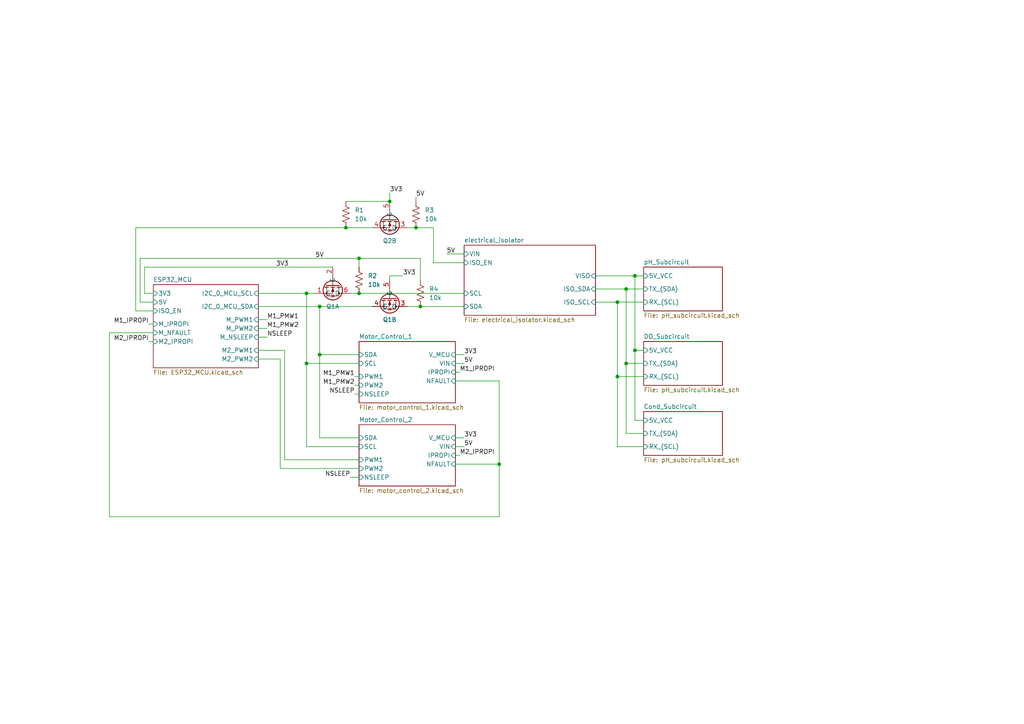
<source format=kicad_sch>
(kicad_sch (version 20250114) (generator "eeschema") (generator_version "9.0")
  (paper "A4")
  (lib_symbols
    (symbol "Device:R_US" (pin_numbers (hide yes)) (pin_names (offset 0))
      (property "Reference" "R" (at 2.54 0 90))
      (property "Value" "R_US" (at -2.54 0 90))
      (symbol "R_US_0_1"
        (polyline (pts (xy 0 2.286) (xy 0 2.54)))
        (polyline (pts (xy 0 2.286) (xy 1.016 1.905) (xy 0 1.524) (xy -1.016 1.143) (xy 0 0.762)))
        (polyline (pts (xy 0 0.762) (xy 1.016 0.381) (xy 0 0) (xy -1.016 -0.381) (xy 0 -0.762)))
        (polyline (pts (xy 0 -0.762) (xy 1.016 -1.143) (xy 0 -1.524) (xy -1.016 -1.905) (xy 0 -2.286)))
        (polyline (pts (xy 0 -2.286) (xy 0 -2.54)))
      )
      (symbol "R_US_1_1"
        (pin passive line (at 0 3.81 270) (length 1.27) (name "~") (number "1"))
        (pin passive line (at 0 -3.81 90) (length 1.27) (name "~") (number "2"))
      )
    )
    (symbol "SamacSys_Parts:SSM6N35AFE,LF"
      (property "Reference" "Q" (at 2.794 6.604 0))
      (symbol "SSM6N35AFE,LF_1_1"
        (polyline (pts (xy -1.016 1.905) (xy -1.016 -1.905)) (stroke (width 0.254)))
        (polyline (pts (xy -1.016 0) (xy -3.81 0)))
        (polyline (pts (xy -0.508 2.286) (xy -0.508 1.27)) (stroke (width 0.254)))
        (polyline (pts (xy -0.508 0.508) (xy -0.508 -0.508)) (stroke (width 0.254)))
        (polyline (pts (xy -0.508 -1.27) (xy -0.508 -2.286)) (stroke (width 0.254)))
        (polyline (pts (xy -0.508 -1.778) (xy 2.032 -1.778) (xy 2.032 1.778) (xy -0.508 1.778)))
        (polyline (pts (xy -0.254 0) (xy 0.762 0.381) (xy 0.762 -0.381) (xy -0.254 0)) (fill (type outline)))
        (circle (center 0.381 0) (radius 2.794) (stroke (width 0.254)))
        (polyline (pts (xy 1.27 2.54) (xy 1.27 1.778)))
        (circle (center 1.27 1.778) (radius 0.254) (fill (type outline)))
        (circle (center 1.27 -1.778) (radius 0.254) (fill (type outline)))
        (polyline (pts (xy 1.27 -2.54) (xy 1.27 0) (xy -0.508 0)))
        (polyline (pts (xy 1.651 0.381) (xy 2.413 0.381)))
        (polyline (pts (xy 2.032 0.381) (xy 1.651 -0.254) (xy 2.413 -0.254) (xy 2.032 0.381)))
        (pin input line (at -6.35 0 0) (length 2.54) (name "G") (number "2"))
        (pin passive line (at 1.27 5.08 270) (length 2.54) (name "D") (number "6"))
        (pin passive line (at 1.27 -5.08 90) (length 2.54) (name "S") (number "1"))
      )
      (symbol "SSM6N35AFE,LF_2_1"
        (polyline (pts (xy -1.016 1.905) (xy -1.016 -1.905)) (stroke (width 0.254)))
        (polyline (pts (xy -1.016 0) (xy -3.81 0)))
        (polyline (pts (xy -0.508 2.286) (xy -0.508 1.27)) (stroke (width 0.254)))
        (polyline (pts (xy -0.508 0.508) (xy -0.508 -0.508)) (stroke (width 0.254)))
        (polyline (pts (xy -0.508 -1.27) (xy -0.508 -2.286)) (stroke (width 0.254)))
        (polyline (pts (xy -0.508 -1.778) (xy 2.032 -1.778) (xy 2.032 1.778) (xy -0.508 1.778)))
        (polyline (pts (xy -0.254 0) (xy 0.762 0.381) (xy 0.762 -0.381) (xy -0.254 0)) (fill (type outline)))
        (circle (center 0.381 0) (radius 2.794) (stroke (width 0.254)))
        (polyline (pts (xy 1.27 2.54) (xy 1.27 1.778)))
        (circle (center 1.27 1.778) (radius 0.254) (fill (type outline)))
        (circle (center 1.27 -1.778) (radius 0.254) (fill (type outline)))
        (polyline (pts (xy 1.27 -2.54) (xy 1.27 0) (xy -0.508 0)))
        (polyline (pts (xy 1.651 0.381) (xy 2.413 0.381)))
        (polyline (pts (xy 2.032 0.381) (xy 1.651 -0.254) (xy 2.413 -0.254) (xy 2.032 0.381)))
        (pin input line (at -6.35 0 0) (length 2.54) (name "G") (number "5"))
        (pin passive line (at 1.27 5.08 270) (length 2.54) (name "D") (number "3"))
        (pin passive line (at 1.27 -5.08 90) (length 2.54) (name "S") (number "4"))
      )
    )
  )
  (junction (at 113.03 58.42))
  (junction (at 88.9 105.41))
  (junction (at 104.14 85.09))
  (junction (at 179.07 87.63))
  (junction (at 121.92 88.9))
  (junction (at 179.07 109.22))
  (junction (at 100.33 66.04))
  (junction (at 104.14 74.93))
  (junction (at 181.61 105.41))
  (junction (at 92.71 88.9))
  (junction (at 92.71 102.87))
  (junction (at 120.65 66.04))
  (junction (at 144.78 134.62))
  (junction (at 184.15 101.6))
  (junction (at 88.9 85.09))
  (junction (at 184.15 80.01))
  (junction (at 181.61 83.82))
  (wire (pts (xy 74.93 97.79) (xy 77.47 97.79)))
  (wire (pts (xy 186.69 121.92) (xy 184.15 121.92)))
  (wire (pts (xy 102.87 109.22) (xy 104.14 109.22)))
  (wire (pts (xy 179.07 129.54) (xy 186.69 129.54)))
  (wire (pts (xy 104.14 102.87) (xy 92.71 102.87)))
  (wire (pts (xy 92.71 102.87) (xy 92.71 88.9)))
  (wire (pts (xy 74.93 104.14) (xy 81.28 104.14)))
  (wire (pts (xy 88.9 85.09) (xy 91.44 85.09)))
  (wire (pts (xy 88.9 129.54) (xy 88.9 105.41)))
  (wire (pts (xy 92.71 88.9) (xy 107.95 88.9)))
  (wire (pts (xy 92.71 102.87) (xy 92.71 127)))
  (wire (pts (xy 181.61 105.41) (xy 186.69 105.41)))
  (wire (pts (xy 121.92 74.93) (xy 121.92 81.28)))
  (wire (pts (xy 179.07 87.63) (xy 179.07 109.22)))
  (wire (pts (xy 100.33 58.42) (xy 113.03 58.42)))
  (wire (pts (xy 104.14 129.54) (xy 88.9 129.54)))
  (wire (pts (xy 179.07 109.22) (xy 179.07 129.54)))
  (wire (pts (xy 74.93 101.6) (xy 82.55 101.6)))
  (wire (pts (xy 104.14 74.93) (xy 121.92 74.93)))
  (wire (pts (xy 172.72 83.82) (xy 181.61 83.82)))
  (wire (pts (xy 81.28 104.14) (xy 81.28 135.89)))
  (wire (pts (xy 118.11 66.04) (xy 120.65 66.04)))
  (wire (pts (xy 44.45 90.17) (xy 39.37 90.17)))
  (wire (pts (xy 31.75 149.86) (xy 31.75 96.52)))
  (wire (pts (xy 102.87 111.76) (xy 104.14 111.76)))
  (wire (pts (xy 39.37 66.04) (xy 100.33 66.04)))
  (wire (pts (xy 101.6 138.43) (xy 104.14 138.43)))
  (wire (pts (xy 125.73 66.04) (xy 125.73 76.2)))
  (wire (pts (xy 43.18 93.98) (xy 44.45 93.98)))
  (wire (pts (xy 186.69 101.6) (xy 184.15 101.6)))
  (wire (pts (xy 132.08 134.62) (xy 144.78 134.62)))
  (wire (pts (xy 118.11 88.9) (xy 121.92 88.9)))
  (wire (pts (xy 184.15 121.92) (xy 184.15 101.6)))
  (wire (pts (xy 144.78 134.62) (xy 144.78 149.86)))
  (wire (pts (xy 100.33 66.04) (xy 107.95 66.04)))
  (wire (pts (xy 181.61 83.82) (xy 186.69 83.82)))
  (wire (pts (xy 113.03 81.28) (xy 113.03 80.01)))
  (wire (pts (xy 132.08 110.49) (xy 144.78 110.49)))
  (wire (pts (xy 113.03 55.88) (xy 113.03 58.42)))
  (wire (pts (xy 40.64 74.93) (xy 104.14 74.93)))
  (wire (pts (xy 74.93 88.9) (xy 92.71 88.9)))
  (wire (pts (xy 133.35 107.95) (xy 132.08 107.95)))
  (wire (pts (xy 121.92 88.9) (xy 134.62 88.9)))
  (wire (pts (xy 104.14 85.09) (xy 134.62 85.09)))
  (wire (pts (xy 144.78 110.49) (xy 144.78 134.62)))
  (wire (pts (xy 82.55 133.35) (xy 104.14 133.35)))
  (wire (pts (xy 81.28 135.89) (xy 104.14 135.89)))
  (wire (pts (xy 181.61 83.82) (xy 181.61 105.41)))
  (wire (pts (xy 44.45 85.09) (xy 41.91 85.09)))
  (wire (pts (xy 186.69 109.22) (xy 179.07 109.22)))
  (wire (pts (xy 31.75 96.52) (xy 44.45 96.52)))
  (wire (pts (xy 172.72 80.01) (xy 184.15 80.01)))
  (wire (pts (xy 181.61 125.73) (xy 181.61 105.41)))
  (wire (pts (xy 41.91 85.09) (xy 41.91 77.47)))
  (wire (pts (xy 132.08 102.87) (xy 134.62 102.87)))
  (wire (pts (xy 102.87 114.3) (xy 104.14 114.3)))
  (wire (pts (xy 179.07 87.63) (xy 186.69 87.63)))
  (wire (pts (xy 129.54 73.66) (xy 134.62 73.66)))
  (wire (pts (xy 104.14 105.41) (xy 88.9 105.41)))
  (wire (pts (xy 101.6 85.09) (xy 104.14 85.09)))
  (wire (pts (xy 104.14 127) (xy 92.71 127)))
  (wire (pts (xy 40.64 87.63) (xy 40.64 74.93)))
  (wire (pts (xy 113.03 80.01) (xy 116.84 80.01)))
  (wire (pts (xy 134.62 129.54) (xy 132.08 129.54)))
  (wire (pts (xy 132.08 127) (xy 134.62 127)))
  (wire (pts (xy 186.69 125.73) (xy 181.61 125.73)))
  (wire (pts (xy 44.45 87.63) (xy 40.64 87.63)))
  (wire (pts (xy 120.65 57.15) (xy 120.65 58.42)))
  (wire (pts (xy 184.15 80.01) (xy 184.15 101.6)))
  (wire (pts (xy 144.78 149.86) (xy 31.75 149.86)))
  (wire (pts (xy 133.35 132.08) (xy 132.08 132.08)))
  (wire (pts (xy 184.15 80.01) (xy 186.69 80.01)))
  (wire (pts (xy 41.91 77.47) (xy 96.52 77.47)))
  (wire (pts (xy 77.47 95.25) (xy 74.93 95.25)))
  (wire (pts (xy 120.65 66.04) (xy 125.73 66.04)))
  (wire (pts (xy 82.55 101.6) (xy 82.55 133.35)))
  (wire (pts (xy 88.9 105.41) (xy 88.9 85.09)))
  (wire (pts (xy 43.18 99.06) (xy 44.45 99.06)))
  (wire (pts (xy 134.62 105.41) (xy 132.08 105.41)))
  (wire (pts (xy 104.14 74.93) (xy 104.14 77.47)))
  (wire (pts (xy 77.47 92.71) (xy 74.93 92.71)))
  (wire (pts (xy 39.37 90.17) (xy 39.37 66.04)))
  (wire (pts (xy 172.72 87.63) (xy 179.07 87.63)))
  (wire (pts (xy 125.73 76.2) (xy 134.62 76.2)))
  (wire (pts (xy 74.93 85.09) (xy 88.9 85.09)))
  (label "M1_IPROPI" (at 133.35 107.95 0))
  (label "NSLEEP" (at 102.87 114.3 180))
  (label "5V" (at 134.62 105.41 0))
  (label "3V3" (at 116.84 80.01 0))
  (label "M1_PMW1" (at 77.47 92.71 0))
  (label "5V" (at 120.65 57.15 0))
  (label "M1_IPROPI" (at 43.18 93.98 180))
  (label "M1_PMW1" (at 102.87 109.22 180))
  (label "M2_IPROPI" (at 43.18 99.06 180))
  (label "M1_PMW2" (at 77.47 95.25 0))
  (label "5V" (at 91.44 74.93 0))
  (label "M2_IPROPI" (at 133.35 132.08 0))
  (label "M1_PMW2" (at 102.87 111.76 180))
  (label "3V3" (at 134.62 127 0))
  (label "5V" (at 129.54 73.66 0))
  (label "3V3" (at 113.03 55.88 0))
  (label "NSLEEP" (at 77.47 97.79 0))
  (label "3V3" (at 134.62 102.87 0))
  (label "NSLEEP" (at 101.6 138.43 180))
  (label "3V3" (at 80.01 77.47 0))
  (label "5V" (at 134.62 129.54 0))
  (symbol (lib_id "Device:R_US") (at 120.65 62.23 180) (unit 1)
    (property "Reference" "R3" (at 123.19 60.9599 0) (effects (justify right)))
    (property "Value" "10k" (at 123.19 63.4999 0) (effects (justify right)))
    (property "Footprint" "Resistor_SMD:R_0603_1608Metric_Pad0.98x0.95mm_HandSolder" (effects (hide yes)))
    (property "Description" "Resistor, US symbol" (effects (hide yes)))
    (property "LCSC Part Number" "C98220" (effects (hide yes)))
    (property "JLCPCB Part #" "C98220" (effects (hide yes)))
  )
  (symbol (lib_id "Device:R_US") (at 121.92 85.09 180) (unit 1)
    (property "Reference" "R4" (at 124.46 83.8199 0) (effects (justify right)))
    (property "Value" "10k" (at 124.46 86.3599 0) (effects (justify right)))
    (property "Footprint" "Resistor_SMD:R_0603_1608Metric_Pad0.98x0.95mm_HandSolder" (effects (hide yes)))
    (property "Description" "Resistor, US symbol" (effects (hide yes)))
    (property "LCSC Part Number" "C98220" (effects (hide yes)))
    (property "JLCPCB Part #" "C98220" (effects (hide yes)))
  )
  (symbol (lib_id "SamacSys_Parts:SSM6N35AFE,LF") (at 113.03 64.77 270) (unit 2)
    (property "Reference" "Q2" (at 113.03 69.85 90))
    (property "Value" "SSM6N35AFE,LF" (effects (hide yes)))
    (property "Footprint" "SamacSys_Parts:SOTFL50P160X60-6N" (effects (hide yes)))
    (property "Datasheet" "http://toshiba.semicon-storage.com/info/docget.jsp?did=55422&prodName=SSM6N35AFE" (effects (hide yes)))
    (property "Description" "MOSFET LowON Res MOSFET ID=.25A VDSS=20V" (effects (hide yes)))
    (property "Height" "0.6" (effects (hide yes)))
    (property "Mouser Part Number" "757-SSM6N35AFELF" (effects (hide yes)))
    (property "Mouser Price/Stock" "https://www.mouser.co.uk/ProductDetail/Toshiba/SSM6N35AFELF?qs=BZBei1rCqCAZRZlXQuST4g%3D%3D" (effects (hide yes)))
    (property "Manufacturer_Name" "Toshiba" (effects (hide yes)))
    (property "Manufacturer_Part_Number" "SSM6N35AFE,LF" (effects (hide yes)))
  )
  (symbol (lib_id "SamacSys_Parts:SSM6N35AFE,LF") (at 96.52 83.82 270) (unit 1)
    (property "Reference" "Q1" (at 96.52 88.9 90))
    (property "Value" "SSM6N35AFE,LF" (effects (hide yes)))
    (property "Footprint" "SamacSys_Parts:SOTFL50P160X60-6N" (effects (hide yes)))
    (property "Datasheet" "http://toshiba.semicon-storage.com/info/docget.jsp?did=55422&prodName=SSM6N35AFE" (effects (hide yes)))
    (property "Description" "MOSFET LowON Res MOSFET ID=.25A VDSS=20V" (effects (hide yes)))
    (property "Height" "0.6" (effects (hide yes)))
    (property "Mouser Part Number" "757-SSM6N35AFELF" (effects (hide yes)))
    (property "Mouser Price/Stock" "https://www.mouser.co.uk/ProductDetail/Toshiba/SSM6N35AFELF?qs=BZBei1rCqCAZRZlXQuST4g%3D%3D" (effects (hide yes)))
    (property "Manufacturer_Name" "Toshiba" (effects (hide yes)))
    (property "Manufacturer_Part_Number" "SSM6N35AFE,LF" (effects (hide yes)))
  )
  (symbol (lib_id "SamacSys_Parts:SSM6N35AFE,LF") (at 113.03 87.63 270) (unit 2)
    (property "Reference" "Q1" (at 113.03 92.71 90))
    (property "Value" "SSM6N35AFE,LF" (effects (hide yes)))
    (property "Footprint" "SamacSys_Parts:SOTFL50P160X60-6N" (effects (hide yes)))
    (property "Datasheet" "http://toshiba.semicon-storage.com/info/docget.jsp?did=55422&prodName=SSM6N35AFE" (effects (hide yes)))
    (property "Description" "MOSFET LowON Res MOSFET ID=.25A VDSS=20V" (effects (hide yes)))
    (property "Height" "0.6" (effects (hide yes)))
    (property "Mouser Part Number" "757-SSM6N35AFELF" (effects (hide yes)))
    (property "Mouser Price/Stock" "https://www.mouser.co.uk/ProductDetail/Toshiba/SSM6N35AFELF?qs=BZBei1rCqCAZRZlXQuST4g%3D%3D" (effects (hide yes)))
    (property "Manufacturer_Name" "Toshiba" (effects (hide yes)))
    (property "Manufacturer_Part_Number" "SSM6N35AFE,LF" (effects (hide yes)))
  )
  (symbol (lib_id "Device:R_US") (at 104.14 81.28 180) (unit 1)
    (property "Reference" "R2" (at 106.68 80.0099 0) (effects (justify right)))
    (property "Value" "10k" (at 106.68 82.5499 0) (effects (justify right)))
    (property "Footprint" "Resistor_SMD:R_0603_1608Metric_Pad0.98x0.95mm_HandSolder" (effects (hide yes)))
    (property "Description" "Resistor, US symbol" (effects (hide yes)))
    (property "LCSC Part Number" "C98220" (effects (hide yes)))
    (property "JLCPCB Part #" "C98220" (effects (hide yes)))
  )
  (symbol (lib_id "Device:R_US") (at 100.33 62.23 180) (unit 1)
    (property "Reference" "R1" (at 102.87 60.9599 0) (effects (justify right)))
    (property "Value" "10k" (at 102.87 63.4999 0) (effects (justify right)))
    (property "Footprint" "Resistor_SMD:R_0603_1608Metric_Pad0.98x0.95mm_HandSolder" (effects (hide yes)))
    (property "Description" "Resistor, US symbol" (effects (hide yes)))
    (property "LCSC Part Number" "C98220" (effects (hide yes)))
    (property "JLCPCB Part #" "C98220" (effects (hide yes)))
  )
  (sheet (at 186.69 99.06) (size 22.86 12.7) (stroke (width 0.1524))
    (property "Sheetname" "DO_Subcircuit" (at 186.69 98.3484 0) (effects (justify left bottom)))
    (property "Sheetfile" "pH_subcircuit.kicad_sch" (at 186.69 112.3446 0) (effects (justify left top)))
    (pin "TX_(SDA)" input (at 186.69 105.41 180))
    (pin "5V_VCC" input (at 186.69 101.6 180))
    (pin "RX_(SCL)" input (at 186.69 109.22 180))
  )
  (sheet (at 186.69 77.47) (size 22.86 12.7) (stroke (width 0.1524))
    (property "Sheetname" "pH_Subcircuit" (at 186.69 76.7584 0) (effects (justify left bottom)))
    (property "Sheetfile" "pH_subcircuit.kicad_sch" (at 186.69 90.7546 0) (effects (justify left top)))
    (pin "TX_(SDA)" input (at 186.69 83.82 180))
    (pin "5V_VCC" input (at 186.69 80.01 180))
    (pin "RX_(SCL)" input (at 186.69 87.63 180))
  )
  (sheet (at 104.14 123.19) (size 27.94 17.78) (stroke (width 0.1524))
    (property "Sheetname" "Motor_Control_2" (at 104.14 122.4784 0) (effects (justify left bottom)))
    (property "Sheetfile" "motor_control_2.kicad_sch" (at 104.14 141.5546 0) (effects (justify left top)))
    (pin "SDA" input (at 104.14 127 180))
    (pin "NFAULT" input (at 132.08 134.62 0))
    (pin "V_MCU" input (at 132.08 127 0))
    (pin "VIN" input (at 132.08 129.54 0))
    (pin "PWM1" input (at 104.14 133.35 180))
    (pin "PWM2" input (at 104.14 135.89 180))
    (pin "NSLEEP" input (at 104.14 138.43 180))
    (pin "SCL" input (at 104.14 129.54 180))
    (pin "IPROPI" input (at 132.08 132.08 0))
  )
  (sheet (at 134.62 71.12) (size 38.1 20.32) (stroke (width 0.1524))
    (property "Sheetname" "electrical_isolator" (at 134.62 70.4084 0) (effects (justify left bottom)))
    (property "Sheetfile" "electrical_isolator.kicad_sch" (at 134.62 92.0246 0) (effects (justify left top)))
    (pin "SDA" input (at 134.62 88.9 180))
    (pin "ISO_SCL" input (at 172.72 87.63 0))
    (pin "ISO_EN" input (at 134.62 76.2 180))
    (pin "VISO" input (at 172.72 80.01 0))
    (pin "ISO_SDA" input (at 172.72 83.82 0))
    (pin "SCL" input (at 134.62 85.09 180))
    (pin "VIN" input (at 134.62 73.66 180))
  )
  (sheet (at 104.14 99.06) (size 27.94 17.78) (stroke (width 0.1524))
    (property "Sheetname" "Motor_Control_1" (at 104.14 98.3484 0) (effects (justify left bottom)))
    (property "Sheetfile" "motor_control_1.kicad_sch" (at 104.14 117.4246 0) (effects (justify left top)))
    (pin "SDA" input (at 104.14 102.87 180))
    (pin "NFAULT" input (at 132.08 110.49 0))
    (pin "V_MCU" input (at 132.08 102.87 0))
    (pin "VIN" input (at 132.08 105.41 0))
    (pin "PWM1" input (at 104.14 109.22 180))
    (pin "PWM2" input (at 104.14 111.76 180))
    (pin "NSLEEP" input (at 104.14 114.3 180))
    (pin "SCL" input (at 104.14 105.41 180))
    (pin "IPROPI" input (at 132.08 107.95 0))
  )
  (sheet (at 186.69 119.38) (size 22.86 12.7) (stroke (width 0.1524))
    (property "Sheetname" "Cond_Subcircuit" (at 186.69 118.6684 0) (effects (justify left bottom)))
    (property "Sheetfile" "pH_subcircuit.kicad_sch" (at 186.69 132.6646 0) (effects (justify left top)))
    (pin "TX_(SDA)" input (at 186.69 125.73 180))
    (pin "5V_VCC" input (at 186.69 121.92 180))
    (pin "RX_(SCL)" input (at 186.69 129.54 180))
  )
  (sheet (at 44.45 82.55) (size 30.48 24.13) (stroke (width 0.1524))
    (property "Sheetname" "ESP32_MCU" (at 44.45 81.8384 0) (effects (justify left bottom)))
    (property "Sheetfile" "ESP32_MCU.kicad_sch" (at 44.45 107.2646 0) (effects (justify left top)))
    (pin "I2C_0_MCU_SCL" input (at 74.93 85.09 0))
    (pin "I2C_0_MCU_SDA" input (at 74.93 88.9 0))
    (pin "5V" input (at 44.45 87.63 180))
    (pin "3V3" input (at 44.45 85.09 180))
    (pin "M_PWM2" input (at 74.93 95.25 0))
    (pin "M_IPROPI" input (at 44.45 93.98 180))
    (pin "M_NFAULT" input (at 44.45 96.52 180))
    (pin "M_NSLEEP" input (at 74.93 97.79 0))
    (pin "M_PWM1" input (at 74.93 92.71 0))
    (pin "M2_PWM1" input (at 74.93 101.6 0))
    (pin "M2_PWM2" input (at 74.93 104.14 0))
    (pin "M2_IPROPI" input (at 44.45 99.06 180))
    (pin "ISO_EN" input (at 44.45 90.17 180))
  )
)
</source>
